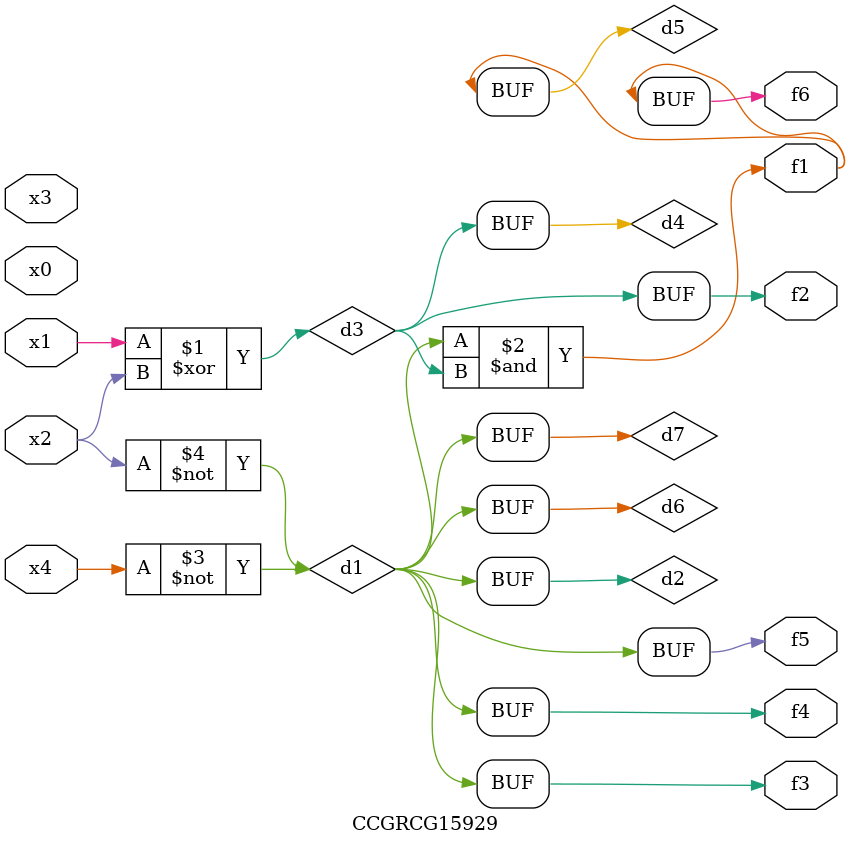
<source format=v>
module CCGRCG15929(
	input x0, x1, x2, x3, x4,
	output f1, f2, f3, f4, f5, f6
);

	wire d1, d2, d3, d4, d5, d6, d7;

	not (d1, x4);
	not (d2, x2);
	xor (d3, x1, x2);
	buf (d4, d3);
	and (d5, d1, d3);
	buf (d6, d1, d2);
	buf (d7, d2);
	assign f1 = d5;
	assign f2 = d4;
	assign f3 = d7;
	assign f4 = d7;
	assign f5 = d7;
	assign f6 = d5;
endmodule

</source>
